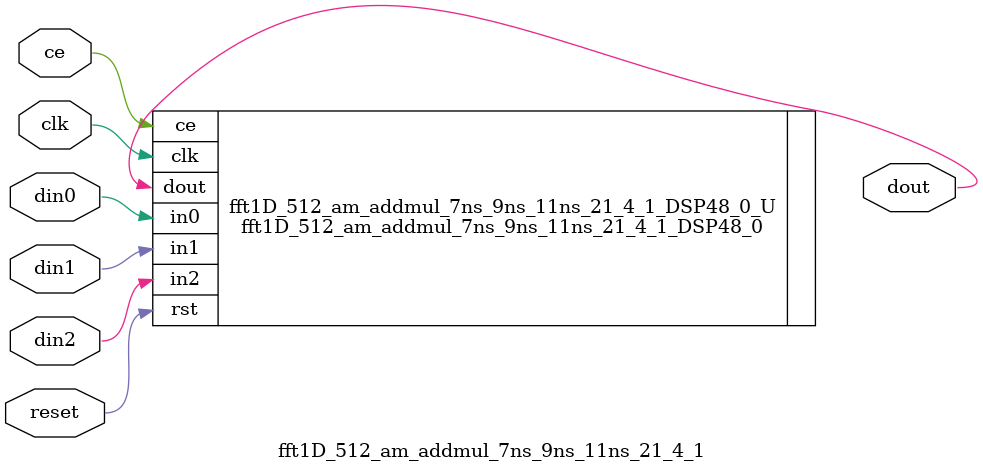
<source format=v>
module fft1D_512_am_addmul_7ns_9ns_11ns_21_4_1(clk,reset,ce,din0,din1,din2,dout); 
parameter ID = 32'd1;
parameter NUM_STAGE = 32'd1;
parameter din0_WIDTH = 32'd1;
parameter din1_WIDTH = 32'd1;
parameter din2_WIDTH = 32'd1;
parameter dout_WIDTH = 32'd1;
input clk;
input reset;
input ce;
input[din0_WIDTH - 1:0] din0;
input[din1_WIDTH - 1:0] din1;
input[din2_WIDTH - 1:0] din2;
output[dout_WIDTH - 1:0] dout;
fft1D_512_am_addmul_7ns_9ns_11ns_21_4_1_DSP48_0 fft1D_512_am_addmul_7ns_9ns_11ns_21_4_1_DSP48_0_U(.clk( clk ),.rst( reset ),.ce( ce ),.in0( din0 ),.in1( din1 ),.in2( din2 ),.dout( dout ));
endmodule
</source>
